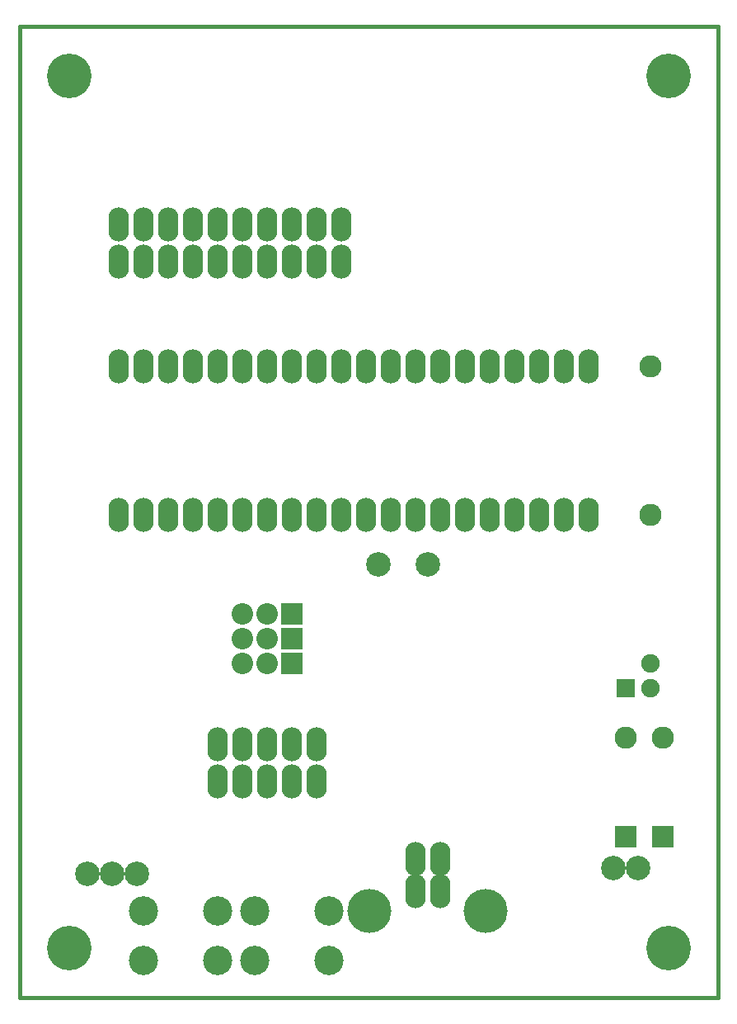
<source format=gts>
G04 (created by PCBNEW-RS274X (2012-apr-16-27)-stable) date Ned 20 Lis 2013 22:50:24*
G01*
G70*
G90*
%MOIN*%
G04 Gerber Fmt 3.4, Leading zero omitted, Abs format*
%FSLAX34Y34*%
G04 APERTURE LIST*
%ADD10C,0.006000*%
%ADD11C,0.015000*%
%ADD12C,0.118400*%
%ADD13O,0.083000X0.138100*%
%ADD14C,0.177500*%
%ADD15C,0.098700*%
%ADD16R,0.086900X0.086900*%
%ADD17C,0.086900*%
%ADD18C,0.090000*%
%ADD19R,0.090000X0.090000*%
%ADD20R,0.075000X0.075000*%
%ADD21C,0.075000*%
%ADD22C,0.180000*%
G04 APERTURE END LIST*
G54D10*
G54D11*
X36000Y-55000D02*
X64250Y-55000D01*
X36000Y-15750D02*
X64250Y-15750D01*
X64250Y-55000D02*
X64250Y-15750D01*
X36000Y-55000D02*
X36000Y-15750D01*
G54D12*
X45500Y-53500D03*
X45500Y-51500D03*
X48500Y-53500D03*
X48500Y-51500D03*
X41000Y-53500D03*
X41000Y-51500D03*
X44000Y-53500D03*
X44000Y-51500D03*
G54D13*
X53000Y-49394D03*
X52000Y-49394D03*
X52000Y-50693D03*
X53000Y-50693D03*
G54D14*
X54862Y-51500D03*
X50138Y-51500D03*
G54D15*
X52500Y-37500D03*
X50500Y-37500D03*
G54D13*
X44000Y-46256D03*
X44000Y-44744D03*
X45000Y-46256D03*
X45000Y-44744D03*
X46000Y-46256D03*
X46000Y-44744D03*
X47000Y-46256D03*
X47000Y-44744D03*
X48000Y-46256D03*
X48000Y-44744D03*
X49000Y-23744D03*
X49000Y-25256D03*
X48000Y-23744D03*
X48000Y-25256D03*
X47000Y-23744D03*
X47000Y-25256D03*
X46000Y-23744D03*
X46000Y-25256D03*
X45000Y-23744D03*
X45000Y-25256D03*
X44000Y-23744D03*
X44000Y-25256D03*
X43000Y-23744D03*
X43000Y-25256D03*
X42000Y-23744D03*
X42000Y-25256D03*
X41000Y-23744D03*
X41000Y-25256D03*
X40000Y-23744D03*
X40000Y-25256D03*
G54D15*
X61000Y-49750D03*
X60000Y-49750D03*
X38750Y-50000D03*
X39750Y-50000D03*
X40750Y-50000D03*
G54D16*
X47000Y-40500D03*
G54D17*
X46000Y-40500D03*
X45000Y-40500D03*
G54D16*
X47000Y-41500D03*
G54D17*
X46000Y-41500D03*
X45000Y-41500D03*
G54D16*
X47000Y-39500D03*
G54D17*
X46000Y-39500D03*
X45000Y-39500D03*
G54D13*
X40000Y-35500D03*
X41000Y-35500D03*
X42000Y-35500D03*
X43000Y-35500D03*
X44000Y-35500D03*
X45000Y-35500D03*
X46000Y-35500D03*
X47000Y-35500D03*
X48000Y-35500D03*
X49000Y-35500D03*
X50000Y-35500D03*
X51000Y-35500D03*
X52000Y-35500D03*
X53000Y-35500D03*
X54000Y-35500D03*
X55000Y-35500D03*
X56000Y-35500D03*
X57000Y-35500D03*
X58000Y-35500D03*
X59000Y-35500D03*
X59000Y-29500D03*
X58000Y-29500D03*
X57000Y-29500D03*
X56000Y-29500D03*
X55000Y-29500D03*
X54000Y-29500D03*
X53000Y-29500D03*
X52000Y-29500D03*
X51000Y-29500D03*
X50000Y-29500D03*
X49000Y-29500D03*
X48000Y-29500D03*
X47000Y-29500D03*
X46000Y-29500D03*
X45000Y-29500D03*
X44000Y-29500D03*
X43000Y-29500D03*
X42000Y-29500D03*
X41000Y-29500D03*
X40000Y-29500D03*
G54D18*
X62000Y-44500D03*
G54D19*
X62000Y-48500D03*
G54D18*
X60500Y-44500D03*
G54D19*
X60500Y-48500D03*
G54D18*
X61500Y-29500D03*
X61500Y-35500D03*
G54D20*
X60500Y-42500D03*
G54D21*
X61500Y-42500D03*
X61500Y-41500D03*
G54D22*
X38000Y-53000D03*
X62250Y-53000D03*
X62250Y-17750D03*
X38000Y-17750D03*
M02*

</source>
